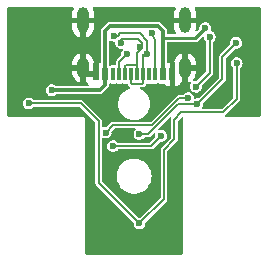
<source format=gbr>
%TF.GenerationSoftware,KiCad,Pcbnew,8.0.1*%
%TF.CreationDate,2024-03-21T20:23:12-04:00*%
%TF.ProjectId,040-05x-v2,3034302d-3035-4782-9d76-322e6b696361,rev?*%
%TF.SameCoordinates,Original*%
%TF.FileFunction,Copper,L2,Bot*%
%TF.FilePolarity,Positive*%
%FSLAX46Y46*%
G04 Gerber Fmt 4.6, Leading zero omitted, Abs format (unit mm)*
G04 Created by KiCad (PCBNEW 8.0.1) date 2024-03-21 20:23:12*
%MOMM*%
%LPD*%
G01*
G04 APERTURE LIST*
%TA.AperFunction,SMDPad,CuDef*%
%ADD10R,0.600000X1.140000*%
%TD*%
%TA.AperFunction,SMDPad,CuDef*%
%ADD11R,0.300000X1.140000*%
%TD*%
%TA.AperFunction,ComponentPad*%
%ADD12O,1.000000X2.200000*%
%TD*%
%TA.AperFunction,ComponentPad*%
%ADD13O,1.000000X1.800000*%
%TD*%
%TA.AperFunction,ViaPad*%
%ADD14C,0.600000*%
%TD*%
%TA.AperFunction,Conductor*%
%ADD15C,0.300000*%
%TD*%
%TA.AperFunction,Conductor*%
%ADD16C,0.250000*%
%TD*%
%TA.AperFunction,Conductor*%
%ADD17C,0.150000*%
%TD*%
%TA.AperFunction,Conductor*%
%ADD18C,0.180000*%
%TD*%
G04 APERTURE END LIST*
D10*
%TO.P,J4,A1,GND*%
%TO.N,GND*%
X63806000Y-63277800D03*
%TO.P,J4,A4,VBUS*%
%TO.N,+5V*%
X64606000Y-63277800D03*
D11*
%TO.P,J4,A5,CC1*%
%TO.N,Net-(J4-CC1)*%
X65806000Y-63277800D03*
%TO.P,J4,A6,D+*%
%TO.N,USBD+*%
X66806000Y-63277800D03*
%TO.P,J4,A7,D-*%
%TO.N,USBD-*%
X67306000Y-63277800D03*
%TO.P,J4,A8,SBU1*%
%TO.N,unconnected-(J4-SBU1-PadA8)*%
X68306000Y-63277800D03*
D10*
%TO.P,J4,A9,VBUS*%
%TO.N,+5V*%
X69506000Y-63277800D03*
%TO.P,J4,A12,GND*%
%TO.N,GND*%
X70306000Y-63277800D03*
%TO.P,J4,B1,GND*%
X70306000Y-63277800D03*
%TO.P,J4,B4,VBUS*%
%TO.N,+5V*%
X69506000Y-63277800D03*
D11*
%TO.P,J4,B5,CC2*%
%TO.N,Net-(J4-CC2)*%
X68806000Y-63277800D03*
%TO.P,J4,B6,D+*%
%TO.N,USBD+*%
X67806000Y-63277800D03*
%TO.P,J4,B7,D-*%
%TO.N,USBD-*%
X66306000Y-63277800D03*
%TO.P,J4,B8,SBU2*%
%TO.N,unconnected-(J4-SBU2-PadB8)*%
X65306000Y-63277800D03*
D10*
%TO.P,J4,B9,VBUS*%
%TO.N,+5V*%
X64606000Y-63277800D03*
%TO.P,J4,B12,GND*%
%TO.N,GND*%
X63806000Y-63277800D03*
D12*
%TO.P,J4,S1,SHIELD*%
X62736000Y-58707800D03*
D13*
X62736000Y-62707800D03*
D12*
X71376000Y-58707800D03*
D13*
X71376000Y-62707800D03*
%TD*%
D14*
%TO.N,GND*%
X61061600Y-59029600D03*
X67513200Y-74371200D03*
X65989200Y-68681600D03*
X68529200Y-70307200D03*
X61315600Y-62280800D03*
X56997600Y-64922400D03*
X67056000Y-77978000D03*
X77038200Y-64973200D03*
X65379600Y-61620400D03*
X65989200Y-75742800D03*
X63449200Y-68529200D03*
X64465200Y-65278000D03*
X57556400Y-60401200D03*
X70358000Y-71120000D03*
X75946000Y-59385200D03*
X65633600Y-70358000D03*
X68580000Y-75793600D03*
X70256400Y-61772800D03*
X61671200Y-66395600D03*
%TO.N,+5V*%
X73082600Y-59353000D03*
X60096400Y-64617600D03*
%TO.N,Net-(J4-CC2)*%
X68580000Y-59782000D03*
%TO.N,Net-(J4-CC1)*%
X66446400Y-61569600D03*
%TO.N,RED*%
X64643000Y-68199000D03*
X71628000Y-65278000D03*
%TO.N,ANODE*%
X65278000Y-69342000D03*
X73456800Y-60096400D03*
X72288400Y-64312800D03*
X69342000Y-68478400D03*
%TO.N,GREEN*%
X58125901Y-65735200D03*
X67513200Y-75895200D03*
X75742800Y-62331600D03*
%TO.N,BLUE*%
X75692000Y-60604400D03*
X72390000Y-65803000D03*
X67513200Y-68326000D03*
%TO.N,USBD+*%
X68156521Y-61514521D03*
X65360335Y-59999079D03*
%TO.N,USBD-*%
X67555479Y-60913479D03*
X65961377Y-60600121D03*
%TD*%
D15*
%TO.N,+5V*%
X60096400Y-64617600D02*
X64136200Y-64617600D01*
X69506000Y-60198000D02*
X69506000Y-59600000D01*
X64606000Y-59600000D02*
X64606000Y-63277800D01*
X64136200Y-64617600D02*
X64606000Y-64147800D01*
X69506000Y-59600000D02*
X69088000Y-59182000D01*
D16*
X73082600Y-59353000D02*
X72237600Y-60198000D01*
X72237600Y-60198000D02*
X69506000Y-60198000D01*
D15*
X69506000Y-63277800D02*
X69506000Y-60198000D01*
X64606000Y-64147800D02*
X64606000Y-63277800D01*
X69088000Y-59182000D02*
X65024000Y-59182000D01*
X65024000Y-59182000D02*
X64606000Y-59600000D01*
D17*
%TO.N,Net-(J4-CC2)*%
X68806000Y-60452000D02*
X68806000Y-60327612D01*
X68806000Y-63277800D02*
X68806000Y-60452000D01*
X68806000Y-60327612D02*
G75*
G03*
X68580004Y-59781996I-771600J12D01*
G01*
D18*
%TO.N,Net-(J4-CC1)*%
X66446400Y-61569600D02*
X65806000Y-62210000D01*
X65806000Y-62210000D02*
X65806000Y-63277800D01*
D17*
%TO.N,RED*%
X70898936Y-65278000D02*
X71628000Y-65278000D01*
X64643000Y-68199000D02*
X65278000Y-67564000D01*
X65278000Y-67564000D02*
X68612936Y-67564000D01*
X68612936Y-67564000D02*
X70898936Y-65278000D01*
%TO.N,ANODE*%
X73456800Y-60096400D02*
X73456800Y-63144400D01*
X73456800Y-63144400D02*
X72288400Y-64312800D01*
X68478400Y-69342000D02*
X69342000Y-68478400D01*
X65278000Y-69342000D02*
X68478400Y-69342000D01*
%TO.N,GREEN*%
X75742800Y-65379600D02*
X74625200Y-66497200D01*
X74625200Y-66497200D02*
X71069200Y-66497200D01*
X58125901Y-65735200D02*
X62585600Y-65735200D01*
X69596000Y-69646800D02*
X69596000Y-73812400D01*
X70459600Y-68783200D02*
X69596000Y-69646800D01*
X69596000Y-73812400D02*
X67513200Y-75895200D01*
X75742800Y-62331600D02*
X75742800Y-65379600D01*
X64058800Y-67208400D02*
X64058800Y-72440800D01*
X71069200Y-66497200D02*
X70459600Y-67106800D01*
X70459600Y-67106800D02*
X70459600Y-68783200D01*
X62585600Y-65735200D02*
X64058800Y-67208400D01*
X64058800Y-72440800D02*
X67513200Y-75895200D01*
%TO.N,BLUE*%
X72390000Y-65803000D02*
X72367009Y-65803000D01*
X67513200Y-68326000D02*
X68275200Y-68326000D01*
X74523600Y-62128400D02*
X74523600Y-61772800D01*
X70798200Y-65803000D02*
X72390000Y-65803000D01*
X68275200Y-68326000D02*
X70798200Y-65803000D01*
X74523600Y-61772800D02*
X75692000Y-60604400D01*
X72390000Y-65803000D02*
X74523600Y-63669400D01*
X74523600Y-63669400D02*
X74523600Y-62128400D01*
D18*
%TO.N,USBD+*%
X66866000Y-64087800D02*
X67738200Y-64087800D01*
X68156521Y-61514521D02*
X68156521Y-60410265D01*
X67806000Y-62422799D02*
X67771000Y-62387799D01*
X67806000Y-63277800D02*
X67806000Y-62422799D01*
X66806000Y-64027800D02*
X66866000Y-64087800D01*
X68156521Y-60410265D02*
X67551456Y-59805200D01*
X67859535Y-61514521D02*
X68156521Y-61514521D01*
X65657321Y-59999079D02*
X65360335Y-59999079D01*
X66806000Y-63277800D02*
X66806000Y-64027800D01*
X67551456Y-59805200D02*
X65851200Y-59805200D01*
X65851200Y-59805200D02*
X65657321Y-59999079D01*
X67771000Y-61603056D02*
X67859535Y-61514521D01*
X67806000Y-64020000D02*
X67806000Y-63277800D01*
X67771000Y-62387799D02*
X67771000Y-61603056D01*
X67738200Y-64087800D02*
X67806000Y-64020000D01*
%TO.N,USBD-*%
X67341000Y-61424944D02*
X67555479Y-61210465D01*
X67306000Y-62527800D02*
X67246000Y-62467800D01*
X67306000Y-62422799D02*
X67341000Y-62387799D01*
X67555479Y-61210465D02*
X67555479Y-60913479D01*
X66029312Y-60235200D02*
X65961377Y-60303135D01*
X66366000Y-62467800D02*
X66306000Y-62527800D01*
X67306000Y-63277800D02*
X67306000Y-62422799D01*
X67726521Y-60742437D02*
X67726521Y-60588377D01*
X67555479Y-60913479D02*
X67726521Y-60742437D01*
X67341000Y-62387799D02*
X67341000Y-61424944D01*
X65961377Y-60303135D02*
X65961377Y-60600121D01*
X67306000Y-63277800D02*
X67306000Y-62527800D01*
X67726521Y-60588377D02*
X67373344Y-60235200D01*
X66306000Y-62527800D02*
X66306000Y-63277800D01*
X67373344Y-60235200D02*
X66029312Y-60235200D01*
X67246000Y-62467800D02*
X66366000Y-62467800D01*
%TD*%
%TA.AperFunction,Conductor*%
%TO.N,GND*%
G36*
X61911898Y-57626174D02*
G01*
X61933572Y-57678500D01*
X61927939Y-57706819D01*
X61870586Y-57845279D01*
X61870584Y-57845286D01*
X61836000Y-58019158D01*
X61836000Y-58457800D01*
X62436000Y-58457800D01*
X62436000Y-58957800D01*
X61836000Y-58957800D01*
X61836000Y-59396441D01*
X61870584Y-59570313D01*
X61870587Y-59570324D01*
X61938427Y-59734105D01*
X62036923Y-59881516D01*
X62162283Y-60006876D01*
X62309693Y-60105371D01*
X62473473Y-60173211D01*
X62473478Y-60173213D01*
X62486000Y-60175703D01*
X62486000Y-59474788D01*
X62495940Y-59492005D01*
X62551795Y-59547860D01*
X62620204Y-59587356D01*
X62696504Y-59607800D01*
X62775496Y-59607800D01*
X62851796Y-59587356D01*
X62920205Y-59547860D01*
X62976060Y-59492005D01*
X62986000Y-59474788D01*
X62986000Y-60175703D01*
X62998521Y-60173213D01*
X62998526Y-60173211D01*
X63162306Y-60105371D01*
X63309716Y-60006876D01*
X63309718Y-60006875D01*
X63435075Y-59881518D01*
X63435076Y-59881516D01*
X63533572Y-59734105D01*
X63601412Y-59570324D01*
X63601415Y-59570313D01*
X63636000Y-59396441D01*
X63636000Y-58957800D01*
X63036000Y-58957800D01*
X63036000Y-58457800D01*
X63636000Y-58457800D01*
X63636000Y-58019158D01*
X63601415Y-57845286D01*
X63601413Y-57845279D01*
X63544061Y-57706819D01*
X63544061Y-57650182D01*
X63584109Y-57610133D01*
X63612428Y-57604500D01*
X70499572Y-57604500D01*
X70551898Y-57626174D01*
X70573572Y-57678500D01*
X70567939Y-57706819D01*
X70510586Y-57845279D01*
X70510584Y-57845286D01*
X70476000Y-58019158D01*
X70476000Y-58457800D01*
X71076000Y-58457800D01*
X71076000Y-58957800D01*
X70476000Y-58957800D01*
X70476000Y-59396441D01*
X70510584Y-59570313D01*
X70510587Y-59570324D01*
X70578427Y-59734105D01*
X70578428Y-59734107D01*
X70593984Y-59757387D01*
X70605034Y-59812936D01*
X70573569Y-59860028D01*
X70532456Y-59872500D01*
X69930500Y-59872500D01*
X69878174Y-59850826D01*
X69856500Y-59798500D01*
X69856500Y-59553854D01*
X69856499Y-59553853D01*
X69832615Y-59464715D01*
X69832613Y-59464710D01*
X69786471Y-59384791D01*
X69786470Y-59384790D01*
X69786469Y-59384788D01*
X69721212Y-59319531D01*
X69303212Y-58901530D01*
X69288517Y-58893046D01*
X69223288Y-58855386D01*
X69223285Y-58855385D01*
X69212514Y-58852499D01*
X69212513Y-58852498D01*
X69134144Y-58831500D01*
X64977856Y-58831500D01*
X64899485Y-58852498D01*
X64899486Y-58852499D01*
X64888712Y-58855386D01*
X64888707Y-58855388D01*
X64808791Y-58901528D01*
X64325530Y-59384787D01*
X64280681Y-59462469D01*
X64280680Y-59462470D01*
X64279387Y-59464708D01*
X64279384Y-59464715D01*
X64255500Y-59553853D01*
X64255500Y-62239849D01*
X64233826Y-62292175D01*
X64181500Y-62313849D01*
X64169925Y-62312938D01*
X64137483Y-62307800D01*
X64056000Y-62307800D01*
X64056000Y-63453800D01*
X64034326Y-63506126D01*
X63982000Y-63527800D01*
X63137000Y-63527800D01*
X63084674Y-63506126D01*
X63063000Y-63453800D01*
X63063000Y-63101800D01*
X63084674Y-63049474D01*
X63137000Y-63027800D01*
X63556000Y-63027800D01*
X63556000Y-62338800D01*
X63577674Y-62286474D01*
X63630000Y-62264800D01*
X63636000Y-62264800D01*
X63636000Y-62219158D01*
X63601415Y-62045286D01*
X63601412Y-62045275D01*
X63533572Y-61881494D01*
X63435076Y-61734083D01*
X63309716Y-61608723D01*
X63162306Y-61510228D01*
X62998521Y-61442386D01*
X62998516Y-61442384D01*
X62986001Y-61439894D01*
X62986000Y-61439895D01*
X62986000Y-62140811D01*
X62976060Y-62123595D01*
X62920205Y-62067740D01*
X62851796Y-62028244D01*
X62775496Y-62007800D01*
X62696504Y-62007800D01*
X62620204Y-62028244D01*
X62551795Y-62067740D01*
X62495940Y-62123595D01*
X62486000Y-62140811D01*
X62486000Y-61439895D01*
X62485998Y-61439894D01*
X62473483Y-61442384D01*
X62473478Y-61442386D01*
X62309693Y-61510228D01*
X62162283Y-61608723D01*
X62162282Y-61608725D01*
X62036925Y-61734082D01*
X62036923Y-61734083D01*
X61938427Y-61881494D01*
X61870587Y-62045275D01*
X61870584Y-62045286D01*
X61836000Y-62219158D01*
X61836000Y-62457800D01*
X62436000Y-62457800D01*
X62436000Y-62957800D01*
X61836000Y-62957800D01*
X61836000Y-63196441D01*
X61870584Y-63370313D01*
X61870587Y-63370324D01*
X61938427Y-63534105D01*
X62036923Y-63681516D01*
X62162283Y-63806876D01*
X62309693Y-63905371D01*
X62473473Y-63973211D01*
X62473478Y-63973213D01*
X62486000Y-63975703D01*
X62486000Y-63274788D01*
X62495940Y-63292005D01*
X62551795Y-63347860D01*
X62620204Y-63387356D01*
X62696504Y-63407800D01*
X62775496Y-63407800D01*
X62851796Y-63387356D01*
X62920205Y-63347860D01*
X62976060Y-63292005D01*
X62986000Y-63274788D01*
X62986000Y-63975703D01*
X62998518Y-63973213D01*
X63036431Y-63957509D01*
X63093068Y-63957508D01*
X63130685Y-63992280D01*
X63178360Y-64085846D01*
X63233288Y-64140774D01*
X63254962Y-64193100D01*
X63233288Y-64245426D01*
X63180962Y-64267100D01*
X60488741Y-64267100D01*
X60436415Y-64245426D01*
X60432815Y-64241559D01*
X60427528Y-64235457D01*
X60326212Y-64170345D01*
X60306454Y-64157647D01*
X60306450Y-64157646D01*
X60168364Y-64117100D01*
X60168361Y-64117100D01*
X60024439Y-64117100D01*
X60024436Y-64117100D01*
X59886349Y-64157646D01*
X59886345Y-64157647D01*
X59765275Y-64235455D01*
X59765268Y-64235460D01*
X59671023Y-64344226D01*
X59611234Y-64475145D01*
X59590753Y-64617600D01*
X59611234Y-64760054D01*
X59611234Y-64760055D01*
X59611235Y-64760057D01*
X59643164Y-64829970D01*
X59671023Y-64890973D01*
X59765268Y-64999739D01*
X59765269Y-64999740D01*
X59765272Y-64999743D01*
X59886347Y-65077553D01*
X59992803Y-65108811D01*
X60024435Y-65118099D01*
X60024437Y-65118100D01*
X60024439Y-65118100D01*
X60168363Y-65118100D01*
X60168364Y-65118099D01*
X60306453Y-65077553D01*
X60427528Y-64999743D01*
X60432815Y-64993640D01*
X60483461Y-64968289D01*
X60488741Y-64968100D01*
X64182346Y-64968100D01*
X64182346Y-64968099D01*
X64271488Y-64944214D01*
X64351412Y-64898070D01*
X64886470Y-64363012D01*
X64932614Y-64283088D01*
X64956500Y-64193943D01*
X64956500Y-64101656D01*
X64956500Y-64094750D01*
X64978174Y-64042424D01*
X64989392Y-64033218D01*
X64989895Y-64032881D01*
X65045446Y-64021840D01*
X65072114Y-64032889D01*
X65077766Y-64036666D01*
X65077768Y-64036666D01*
X65077769Y-64036667D01*
X65136252Y-64048300D01*
X65136254Y-64048300D01*
X65475746Y-64048300D01*
X65475748Y-64048300D01*
X65534231Y-64036667D01*
X65534231Y-64036666D01*
X65541379Y-64035245D01*
X65542211Y-64039428D01*
X65569808Y-64039327D01*
X65570621Y-64035245D01*
X65577768Y-64036666D01*
X65577769Y-64036667D01*
X65636252Y-64048300D01*
X65636254Y-64048300D01*
X65975746Y-64048300D01*
X65975748Y-64048300D01*
X66034231Y-64036667D01*
X66034231Y-64036666D01*
X66041379Y-64035245D01*
X66042211Y-64039428D01*
X66069808Y-64039327D01*
X66070621Y-64035245D01*
X66077768Y-64036666D01*
X66077769Y-64036667D01*
X66136252Y-64048300D01*
X66136254Y-64048300D01*
X66453963Y-64048300D01*
X66506289Y-64069974D01*
X66525441Y-64103147D01*
X66535295Y-64139924D01*
X66535299Y-64139933D01*
X66573540Y-64206168D01*
X66573542Y-64206171D01*
X66687629Y-64320258D01*
X66687631Y-64320259D01*
X66700346Y-64327600D01*
X66734824Y-64372533D01*
X66727432Y-64428686D01*
X66682499Y-64463164D01*
X66592344Y-64487320D01*
X66592333Y-64487325D01*
X66378167Y-64587193D01*
X66184602Y-64722728D01*
X66184599Y-64722730D01*
X66017504Y-64889825D01*
X66017502Y-64889828D01*
X65881967Y-65083393D01*
X65881965Y-65083396D01*
X65881965Y-65083397D01*
X65782097Y-65297563D01*
X65738083Y-65461827D01*
X65720936Y-65525822D01*
X65700341Y-65761221D01*
X65700341Y-65761230D01*
X65720936Y-65996629D01*
X65720936Y-65996632D01*
X65720937Y-65996634D01*
X65782097Y-66224889D01*
X65881965Y-66439056D01*
X66017505Y-66632627D01*
X66184599Y-66799721D01*
X66378170Y-66935261D01*
X66592337Y-67035129D01*
X66820592Y-67096289D01*
X66938296Y-67106587D01*
X67055996Y-67116885D01*
X67056000Y-67116885D01*
X67056004Y-67116885D01*
X67160625Y-67107731D01*
X67291408Y-67096289D01*
X67519663Y-67035129D01*
X67733830Y-66935261D01*
X67927401Y-66799721D01*
X68094495Y-66632627D01*
X68230035Y-66439056D01*
X68329903Y-66224889D01*
X68391063Y-65996634D01*
X68411659Y-65761226D01*
X68391063Y-65525818D01*
X68329903Y-65297563D01*
X68230035Y-65083397D01*
X68094495Y-64889825D01*
X67927401Y-64722731D01*
X67927398Y-64722729D01*
X67927399Y-64722729D01*
X67854842Y-64671924D01*
X67733830Y-64587191D01*
X67588378Y-64519365D01*
X67550117Y-64477609D01*
X67552587Y-64421026D01*
X67594345Y-64382763D01*
X67619654Y-64378300D01*
X67776447Y-64378300D01*
X67776447Y-64378299D01*
X67850329Y-64358503D01*
X67916571Y-64320258D01*
X68038458Y-64198371D01*
X68076703Y-64132129D01*
X68084469Y-64103147D01*
X68118947Y-64058214D01*
X68155947Y-64048300D01*
X68475746Y-64048300D01*
X68475748Y-64048300D01*
X68534231Y-64036667D01*
X68534231Y-64036666D01*
X68541379Y-64035245D01*
X68542211Y-64039428D01*
X68569808Y-64039327D01*
X68570621Y-64035245D01*
X68577768Y-64036666D01*
X68577769Y-64036667D01*
X68636252Y-64048300D01*
X68636254Y-64048300D01*
X68975746Y-64048300D01*
X68975748Y-64048300D01*
X69034231Y-64036667D01*
X69034232Y-64036666D01*
X69034233Y-64036666D01*
X69039886Y-64032889D01*
X69095434Y-64021837D01*
X69122114Y-64032889D01*
X69127766Y-64036666D01*
X69127768Y-64036666D01*
X69127769Y-64036667D01*
X69186252Y-64048300D01*
X69186254Y-64048300D01*
X69613881Y-64048300D01*
X69666207Y-64069974D01*
X69674529Y-64081427D01*
X69674935Y-64081133D01*
X69678357Y-64085843D01*
X69767953Y-64175439D01*
X69880850Y-64232964D01*
X69974518Y-64247799D01*
X70056000Y-64247799D01*
X70056000Y-63527800D01*
X70038676Y-63510476D01*
X70028174Y-63506126D01*
X70006500Y-63453800D01*
X70006500Y-63101800D01*
X70028174Y-63049474D01*
X70038676Y-63045123D01*
X70056000Y-63027800D01*
X70056000Y-62307800D01*
X69974518Y-62307800D01*
X69974517Y-62307801D01*
X69942075Y-62312939D01*
X69887003Y-62299717D01*
X69857411Y-62251425D01*
X69856500Y-62239850D01*
X69856500Y-60597500D01*
X69878174Y-60545174D01*
X69930500Y-60523500D01*
X72280451Y-60523500D01*
X72280453Y-60523500D01*
X72363239Y-60501318D01*
X72437462Y-60458465D01*
X72827560Y-60068366D01*
X72879884Y-60046693D01*
X72932210Y-60068367D01*
X72953131Y-60110162D01*
X72971634Y-60238854D01*
X72971634Y-60238855D01*
X72971635Y-60238857D01*
X72998331Y-60297312D01*
X73031423Y-60369773D01*
X73125668Y-60478540D01*
X73125669Y-60478541D01*
X73125671Y-60478542D01*
X73125672Y-60478543D01*
X73147307Y-60492446D01*
X73179608Y-60538967D01*
X73181300Y-60554699D01*
X73181300Y-62999631D01*
X73159626Y-63051957D01*
X72420582Y-63791000D01*
X72368256Y-63812674D01*
X72363022Y-63812300D01*
X72360361Y-63812300D01*
X72216439Y-63812300D01*
X72109352Y-63843743D01*
X72053039Y-63837688D01*
X72017501Y-63793588D01*
X72023556Y-63737275D01*
X72036179Y-63720413D01*
X72075076Y-63681516D01*
X72173572Y-63534105D01*
X72241412Y-63370324D01*
X72241415Y-63370313D01*
X72276000Y-63196441D01*
X72276000Y-62957800D01*
X71676000Y-62957800D01*
X71676000Y-62457800D01*
X72276000Y-62457800D01*
X72276000Y-62219158D01*
X72241415Y-62045286D01*
X72241412Y-62045275D01*
X72173572Y-61881494D01*
X72075076Y-61734083D01*
X71949716Y-61608723D01*
X71802306Y-61510228D01*
X71638521Y-61442386D01*
X71638516Y-61442384D01*
X71626001Y-61439894D01*
X71626000Y-61439895D01*
X71626000Y-62140811D01*
X71616060Y-62123595D01*
X71560205Y-62067740D01*
X71491796Y-62028244D01*
X71415496Y-62007800D01*
X71336504Y-62007800D01*
X71260204Y-62028244D01*
X71191795Y-62067740D01*
X71135940Y-62123595D01*
X71126000Y-62140811D01*
X71126000Y-61439895D01*
X71125998Y-61439894D01*
X71113483Y-61442384D01*
X71113478Y-61442386D01*
X70949693Y-61510228D01*
X70802283Y-61608723D01*
X70802282Y-61608725D01*
X70676925Y-61734082D01*
X70676923Y-61734083D01*
X70578427Y-61881494D01*
X70510587Y-62045275D01*
X70510584Y-62045286D01*
X70476000Y-62219158D01*
X70476000Y-62264800D01*
X70482000Y-62264800D01*
X70534326Y-62286474D01*
X70556000Y-62338800D01*
X70556000Y-64247799D01*
X70637481Y-64247799D01*
X70731148Y-64232965D01*
X70731149Y-64232964D01*
X70844046Y-64175439D01*
X70933641Y-64085844D01*
X70981314Y-63992282D01*
X71024381Y-63955499D01*
X71075567Y-63957510D01*
X71113473Y-63973211D01*
X71113478Y-63973213D01*
X71126000Y-63975703D01*
X71126000Y-63274788D01*
X71135940Y-63292005D01*
X71191795Y-63347860D01*
X71260204Y-63387356D01*
X71336504Y-63407800D01*
X71415496Y-63407800D01*
X71491796Y-63387356D01*
X71560205Y-63347860D01*
X71616060Y-63292005D01*
X71626000Y-63274788D01*
X71626000Y-63975703D01*
X71638521Y-63973213D01*
X71638526Y-63973211D01*
X71788893Y-63910927D01*
X71845530Y-63910927D01*
X71885579Y-63950975D01*
X71885579Y-64007612D01*
X71873139Y-64027752D01*
X71863023Y-64039426D01*
X71803234Y-64170345D01*
X71782753Y-64312800D01*
X71803234Y-64455254D01*
X71803234Y-64455255D01*
X71803235Y-64455257D01*
X71863023Y-64586173D01*
X71957268Y-64694939D01*
X71957269Y-64694940D01*
X71957272Y-64694943D01*
X72049874Y-64754454D01*
X72058591Y-64760057D01*
X72078347Y-64772753D01*
X72184803Y-64804011D01*
X72216435Y-64813299D01*
X72216437Y-64813300D01*
X72216439Y-64813300D01*
X72360363Y-64813300D01*
X72360364Y-64813299D01*
X72498453Y-64772753D01*
X72619528Y-64694943D01*
X72713777Y-64586173D01*
X72773565Y-64455257D01*
X72794047Y-64312800D01*
X72784732Y-64248016D01*
X72798739Y-64193140D01*
X72805646Y-64185167D01*
X73690357Y-63300459D01*
X73718856Y-63231656D01*
X73732300Y-63199200D01*
X73732300Y-60554699D01*
X73753974Y-60502373D01*
X73766288Y-60492449D01*
X73787928Y-60478543D01*
X73882177Y-60369773D01*
X73941965Y-60238857D01*
X73962447Y-60096400D01*
X73941965Y-59953943D01*
X73882177Y-59823027D01*
X73805128Y-59734107D01*
X73787931Y-59714260D01*
X73787929Y-59714259D01*
X73787928Y-59714257D01*
X73730982Y-59677660D01*
X73666854Y-59636447D01*
X73666852Y-59636446D01*
X73604646Y-59618181D01*
X73560546Y-59582643D01*
X73554493Y-59526330D01*
X73558183Y-59516438D01*
X73567765Y-59495457D01*
X73588247Y-59353000D01*
X73567765Y-59210543D01*
X73507977Y-59079627D01*
X73413728Y-58970857D01*
X73356782Y-58934260D01*
X73292654Y-58893047D01*
X73292650Y-58893046D01*
X73154564Y-58852500D01*
X73154561Y-58852500D01*
X73010639Y-58852500D01*
X73010636Y-58852500D01*
X72872549Y-58893046D01*
X72872545Y-58893047D01*
X72751475Y-58970855D01*
X72751468Y-58970860D01*
X72657223Y-59079626D01*
X72597434Y-59210545D01*
X72576953Y-59353000D01*
X72576953Y-59353004D01*
X72577378Y-59355962D01*
X72576953Y-59357626D01*
X72576953Y-59358291D01*
X72576783Y-59358291D01*
X72563368Y-59410838D01*
X72556457Y-59418814D01*
X72373302Y-59601970D01*
X72320976Y-59623644D01*
X72268650Y-59601970D01*
X72246976Y-59549644D01*
X72248398Y-59535208D01*
X72276000Y-59396441D01*
X72276000Y-58957800D01*
X71676000Y-58957800D01*
X71676000Y-58457800D01*
X72276000Y-58457800D01*
X72276000Y-58019158D01*
X72241415Y-57845286D01*
X72241413Y-57845279D01*
X72184061Y-57706819D01*
X72184061Y-57650182D01*
X72224109Y-57610133D01*
X72252428Y-57604500D01*
X77703500Y-57604500D01*
X77755826Y-57626174D01*
X77777500Y-57678500D01*
X77777500Y-66781500D01*
X77755826Y-66833826D01*
X77703500Y-66855500D01*
X74835166Y-66855500D01*
X74782840Y-66833826D01*
X74761166Y-66781500D01*
X74782839Y-66729175D01*
X74858757Y-66653258D01*
X74858756Y-66653258D01*
X75976357Y-65535659D01*
X76006939Y-65461827D01*
X76018300Y-65434400D01*
X76018300Y-62789899D01*
X76039974Y-62737573D01*
X76052288Y-62727649D01*
X76073928Y-62713743D01*
X76168177Y-62604973D01*
X76227965Y-62474057D01*
X76248447Y-62331600D01*
X76227965Y-62189143D01*
X76168177Y-62058227D01*
X76095605Y-61974474D01*
X76073931Y-61949460D01*
X76073929Y-61949459D01*
X76073928Y-61949457D01*
X76016982Y-61912860D01*
X75952854Y-61871647D01*
X75952850Y-61871646D01*
X75814764Y-61831100D01*
X75814761Y-61831100D01*
X75670839Y-61831100D01*
X75670836Y-61831100D01*
X75532749Y-61871646D01*
X75532745Y-61871647D01*
X75411675Y-61949455D01*
X75411668Y-61949460D01*
X75317423Y-62058226D01*
X75257634Y-62189145D01*
X75237153Y-62331600D01*
X75257634Y-62474054D01*
X75257634Y-62474055D01*
X75257635Y-62474057D01*
X75292401Y-62550183D01*
X75317423Y-62604973D01*
X75411668Y-62713740D01*
X75411669Y-62713741D01*
X75411671Y-62713742D01*
X75411672Y-62713743D01*
X75433307Y-62727646D01*
X75465608Y-62774167D01*
X75467300Y-62789899D01*
X75467300Y-65234832D01*
X75445626Y-65287158D01*
X74532759Y-66200026D01*
X74480433Y-66221700D01*
X72851488Y-66221700D01*
X72799162Y-66200026D01*
X72777488Y-66147700D01*
X72795562Y-66099241D01*
X72797011Y-66097568D01*
X72815377Y-66076373D01*
X72875165Y-65945457D01*
X72895647Y-65803000D01*
X72886332Y-65738216D01*
X72900339Y-65683340D01*
X72907246Y-65675367D01*
X74757157Y-63825459D01*
X74769632Y-63795342D01*
X74799100Y-63724200D01*
X74799100Y-62073600D01*
X74799100Y-61917567D01*
X74820774Y-61865241D01*
X75175787Y-61510228D01*
X75559816Y-61126198D01*
X75612141Y-61104525D01*
X75617378Y-61104900D01*
X75620039Y-61104900D01*
X75763963Y-61104900D01*
X75763964Y-61104899D01*
X75765238Y-61104525D01*
X75902053Y-61064353D01*
X76023128Y-60986543D01*
X76117377Y-60877773D01*
X76177165Y-60746857D01*
X76197647Y-60604400D01*
X76177165Y-60461943D01*
X76117377Y-60331027D01*
X76088163Y-60297312D01*
X76023131Y-60222260D01*
X76023129Y-60222259D01*
X76023128Y-60222257D01*
X75966182Y-60185660D01*
X75902054Y-60144447D01*
X75902050Y-60144446D01*
X75763964Y-60103900D01*
X75763961Y-60103900D01*
X75620039Y-60103900D01*
X75620036Y-60103900D01*
X75481949Y-60144446D01*
X75481945Y-60144447D01*
X75360875Y-60222255D01*
X75360868Y-60222260D01*
X75266623Y-60331026D01*
X75206834Y-60461945D01*
X75186353Y-60604400D01*
X75195666Y-60669181D01*
X75181658Y-60724059D01*
X75174745Y-60732037D01*
X74367542Y-61539243D01*
X74290042Y-61616743D01*
X74248100Y-61718000D01*
X74248100Y-63524632D01*
X74226426Y-63576958D01*
X72522183Y-65281200D01*
X72469857Y-65302874D01*
X72464625Y-65302500D01*
X72461961Y-65302500D01*
X72318039Y-65302500D01*
X72318036Y-65302500D01*
X72226437Y-65329396D01*
X72170125Y-65323342D01*
X72134587Y-65279242D01*
X72132342Y-65268925D01*
X72113165Y-65135545D01*
X72113165Y-65135543D01*
X72053377Y-65004627D01*
X72001029Y-64944214D01*
X71959131Y-64895860D01*
X71959129Y-64895859D01*
X71959128Y-64895857D01*
X71856606Y-64829970D01*
X71838054Y-64818047D01*
X71838050Y-64818046D01*
X71699964Y-64777500D01*
X71699961Y-64777500D01*
X71556039Y-64777500D01*
X71556036Y-64777500D01*
X71417949Y-64818046D01*
X71417945Y-64818047D01*
X71296875Y-64895855D01*
X71296872Y-64895857D01*
X71226595Y-64976960D01*
X71175950Y-65002311D01*
X71170671Y-65002500D01*
X70844136Y-65002500D01*
X70772534Y-65032158D01*
X70742881Y-65044440D01*
X70742878Y-65044442D01*
X68520495Y-67266826D01*
X68468169Y-67288500D01*
X65223200Y-67288500D01*
X65121944Y-67330440D01*
X65121940Y-67330443D01*
X64775182Y-67677200D01*
X64722856Y-67698874D01*
X64717622Y-67698500D01*
X64714961Y-67698500D01*
X64571039Y-67698500D01*
X64571036Y-67698500D01*
X64429148Y-67740162D01*
X64372836Y-67734108D01*
X64337298Y-67690008D01*
X64334300Y-67669160D01*
X64334300Y-67153600D01*
X64292357Y-67052342D01*
X64292356Y-67052340D01*
X62741659Y-65501644D01*
X62741658Y-65501643D01*
X62730106Y-65496858D01*
X62640400Y-65459700D01*
X62640399Y-65459700D01*
X58583230Y-65459700D01*
X58530904Y-65438026D01*
X58527313Y-65434169D01*
X58457029Y-65353057D01*
X58378361Y-65302500D01*
X58335955Y-65275247D01*
X58335951Y-65275246D01*
X58197865Y-65234700D01*
X58197862Y-65234700D01*
X58053940Y-65234700D01*
X58053937Y-65234700D01*
X57915850Y-65275246D01*
X57915846Y-65275247D01*
X57794776Y-65353055D01*
X57794769Y-65353060D01*
X57700524Y-65461826D01*
X57640735Y-65592745D01*
X57620254Y-65735200D01*
X57640735Y-65877654D01*
X57640735Y-65877655D01*
X57640736Y-65877657D01*
X57695069Y-65996629D01*
X57700524Y-66008573D01*
X57794769Y-66117339D01*
X57794770Y-66117340D01*
X57794773Y-66117343D01*
X57915848Y-66195153D01*
X58006260Y-66221700D01*
X58053936Y-66235699D01*
X58053938Y-66235700D01*
X58053940Y-66235700D01*
X58197864Y-66235700D01*
X58197865Y-66235699D01*
X58335954Y-66195153D01*
X58457029Y-66117343D01*
X58527305Y-66036239D01*
X58577951Y-66010889D01*
X58583230Y-66010700D01*
X62440833Y-66010700D01*
X62493159Y-66032374D01*
X63761626Y-67300841D01*
X63783300Y-67353167D01*
X63783300Y-72495601D01*
X63822770Y-72590890D01*
X63825242Y-72596857D01*
X66995945Y-75767561D01*
X67017619Y-75819887D01*
X67016866Y-75830417D01*
X67007553Y-75895199D01*
X67028034Y-76037654D01*
X67087823Y-76168573D01*
X67182068Y-76277339D01*
X67182069Y-76277340D01*
X67182072Y-76277343D01*
X67303147Y-76355153D01*
X67409603Y-76386411D01*
X67441235Y-76395699D01*
X67441237Y-76395700D01*
X67441239Y-76395700D01*
X67585163Y-76395700D01*
X67585164Y-76395699D01*
X67723253Y-76355153D01*
X67844328Y-76277343D01*
X67938577Y-76168573D01*
X67998365Y-76037657D01*
X68018847Y-75895200D01*
X68009532Y-75830416D01*
X68023539Y-75775540D01*
X68030446Y-75767567D01*
X69829557Y-73968458D01*
X69871500Y-73867200D01*
X69871500Y-69791566D01*
X69893173Y-69739241D01*
X70693157Y-68939258D01*
X70735100Y-68838000D01*
X70735100Y-68728400D01*
X70735100Y-67251567D01*
X70756774Y-67199241D01*
X70939899Y-67016116D01*
X71075622Y-66880393D01*
X71127947Y-66858720D01*
X71180273Y-66880394D01*
X71201947Y-66932720D01*
X71196314Y-66961038D01*
X71173500Y-67016116D01*
X71173500Y-78465500D01*
X71151826Y-78517826D01*
X71099500Y-78539500D01*
X63012500Y-78539500D01*
X62960174Y-78517826D01*
X62938500Y-78465500D01*
X62938500Y-67016118D01*
X62938499Y-67016116D01*
X62907977Y-66942428D01*
X62907975Y-66942425D01*
X62851575Y-66886025D01*
X62851571Y-66886022D01*
X62777882Y-66855500D01*
X56408500Y-66855500D01*
X56356174Y-66833826D01*
X56334500Y-66781500D01*
X56334500Y-57678500D01*
X56356174Y-57626174D01*
X56408500Y-57604500D01*
X61859572Y-57604500D01*
X61911898Y-57626174D01*
G37*
%TD.AperFunction*%
%TA.AperFunction,Conductor*%
G36*
X70199135Y-66896331D02*
G01*
X70220809Y-66948657D01*
X70215176Y-66976975D01*
X70184100Y-67051998D01*
X70184100Y-68638433D01*
X70162426Y-68690759D01*
X69362442Y-69490743D01*
X69320500Y-69592000D01*
X69320500Y-73667632D01*
X69298826Y-73719958D01*
X67645383Y-75373400D01*
X67593057Y-75395074D01*
X67587825Y-75394700D01*
X67585161Y-75394700D01*
X67441239Y-75394700D01*
X67435947Y-75394700D01*
X67435947Y-75392302D01*
X67388983Y-75380305D01*
X67381016Y-75373400D01*
X64355974Y-72348358D01*
X64334300Y-72296032D01*
X64334300Y-71886226D01*
X65575443Y-71886226D01*
X65595636Y-72129918D01*
X65645464Y-72326684D01*
X65655666Y-72366968D01*
X65753889Y-72590893D01*
X65853719Y-72743696D01*
X65887632Y-72795603D01*
X66053246Y-72975507D01*
X66246212Y-73125699D01*
X66461267Y-73242081D01*
X66692545Y-73321478D01*
X66933737Y-73361726D01*
X67178263Y-73361726D01*
X67419455Y-73321478D01*
X67650733Y-73242081D01*
X67865788Y-73125699D01*
X68058754Y-72975507D01*
X68224368Y-72795603D01*
X68358111Y-72590893D01*
X68456336Y-72366962D01*
X68516364Y-72129918D01*
X68536557Y-71886226D01*
X68516364Y-71642534D01*
X68456336Y-71405490D01*
X68358111Y-71181559D01*
X68224368Y-70976849D01*
X68058754Y-70796945D01*
X67865788Y-70646753D01*
X67767116Y-70593354D01*
X67650734Y-70530371D01*
X67419453Y-70450973D01*
X67178265Y-70410726D01*
X67178263Y-70410726D01*
X66933737Y-70410726D01*
X66933734Y-70410726D01*
X66692546Y-70450973D01*
X66461265Y-70530371D01*
X66246210Y-70646754D01*
X66053244Y-70796946D01*
X65887629Y-70976852D01*
X65753889Y-71181558D01*
X65655666Y-71405483D01*
X65655664Y-71405488D01*
X65655664Y-71405490D01*
X65595636Y-71642534D01*
X65575443Y-71886226D01*
X64334300Y-71886226D01*
X64334300Y-68728839D01*
X64355974Y-68676513D01*
X64408300Y-68654839D01*
X64429149Y-68657837D01*
X64432944Y-68658951D01*
X64432947Y-68658953D01*
X64492752Y-68676513D01*
X64571037Y-68699500D01*
X64571039Y-68699500D01*
X64714963Y-68699500D01*
X64714964Y-68699499D01*
X64853053Y-68658953D01*
X64974128Y-68581143D01*
X65068377Y-68472373D01*
X65128165Y-68341457D01*
X65148647Y-68199000D01*
X65139332Y-68134217D01*
X65153339Y-68079341D01*
X65160245Y-68071369D01*
X65370442Y-67861174D01*
X65422768Y-67839500D01*
X67110461Y-67839500D01*
X67162787Y-67861174D01*
X67184461Y-67913500D01*
X67166387Y-67961957D01*
X67108447Y-68028826D01*
X67087822Y-68052628D01*
X67028034Y-68183545D01*
X67007553Y-68326000D01*
X67028034Y-68468454D01*
X67028034Y-68468455D01*
X67028035Y-68468457D01*
X67078905Y-68579846D01*
X67087823Y-68599373D01*
X67182068Y-68708139D01*
X67182069Y-68708140D01*
X67182072Y-68708143D01*
X67303147Y-68785953D01*
X67409603Y-68817211D01*
X67441235Y-68826499D01*
X67441237Y-68826500D01*
X67441239Y-68826500D01*
X67585163Y-68826500D01*
X67585164Y-68826499D01*
X67723253Y-68785953D01*
X67844328Y-68708143D01*
X67914604Y-68627039D01*
X67965250Y-68601689D01*
X67970529Y-68601500D01*
X68329998Y-68601500D01*
X68330000Y-68601500D01*
X68431258Y-68559557D01*
X68508757Y-68482058D01*
X68736573Y-68254241D01*
X68788898Y-68232568D01*
X68841224Y-68254242D01*
X68862898Y-68306568D01*
X68857656Y-68330671D01*
X68858325Y-68330868D01*
X68856834Y-68335941D01*
X68836353Y-68478400D01*
X68845666Y-68543182D01*
X68831658Y-68598060D01*
X68824745Y-68606038D01*
X68385959Y-69044826D01*
X68333633Y-69066500D01*
X65735329Y-69066500D01*
X65683003Y-69044826D01*
X65679412Y-69040969D01*
X65609128Y-68959857D01*
X65552182Y-68923260D01*
X65488054Y-68882047D01*
X65488050Y-68882046D01*
X65349964Y-68841500D01*
X65349961Y-68841500D01*
X65206039Y-68841500D01*
X65206036Y-68841500D01*
X65067949Y-68882046D01*
X65067945Y-68882047D01*
X64946875Y-68959855D01*
X64946868Y-68959860D01*
X64852623Y-69068626D01*
X64792834Y-69199545D01*
X64772353Y-69342000D01*
X64792834Y-69484454D01*
X64792834Y-69484455D01*
X64792835Y-69484457D01*
X64841949Y-69592000D01*
X64852623Y-69615373D01*
X64946868Y-69724139D01*
X64946869Y-69724140D01*
X64946872Y-69724143D01*
X65067947Y-69801953D01*
X65174403Y-69833211D01*
X65206035Y-69842499D01*
X65206037Y-69842500D01*
X65206039Y-69842500D01*
X65349963Y-69842500D01*
X65349964Y-69842499D01*
X65488053Y-69801953D01*
X65609128Y-69724143D01*
X65679404Y-69643039D01*
X65730050Y-69617689D01*
X65735329Y-69617500D01*
X68533198Y-69617500D01*
X68533200Y-69617500D01*
X68634458Y-69575557D01*
X68711957Y-69498058D01*
X69209815Y-69000198D01*
X69262140Y-68978525D01*
X69267380Y-68978900D01*
X69270039Y-68978900D01*
X69413963Y-68978900D01*
X69413964Y-68978899D01*
X69415238Y-68978525D01*
X69552053Y-68938353D01*
X69673128Y-68860543D01*
X69767377Y-68751773D01*
X69827165Y-68620857D01*
X69847647Y-68478400D01*
X69827165Y-68335943D01*
X69767377Y-68205027D01*
X69673128Y-68096257D01*
X69601929Y-68050500D01*
X69552054Y-68018447D01*
X69552050Y-68018446D01*
X69413964Y-67977900D01*
X69413961Y-67977900D01*
X69270039Y-67977900D01*
X69184218Y-68003099D01*
X69127905Y-67997044D01*
X69092367Y-67952944D01*
X69098422Y-67896631D01*
X69111041Y-67879773D01*
X70094484Y-66896330D01*
X70146809Y-66874657D01*
X70199135Y-66896331D01*
G37*
%TD.AperFunction*%
%TA.AperFunction,Conductor*%
G36*
X65070503Y-60407761D02*
G01*
X65150282Y-60459032D01*
X65248813Y-60487963D01*
X65288370Y-60499578D01*
X65288372Y-60499579D01*
X65384785Y-60499579D01*
X65437111Y-60521253D01*
X65458785Y-60573579D01*
X65458032Y-60584109D01*
X65455730Y-60600120D01*
X65476211Y-60742575D01*
X65476211Y-60742576D01*
X65476212Y-60742578D01*
X65489202Y-60771022D01*
X65536000Y-60873494D01*
X65630245Y-60982260D01*
X65630246Y-60982261D01*
X65630249Y-60982264D01*
X65751324Y-61060074D01*
X65857780Y-61091332D01*
X65889412Y-61100620D01*
X65889414Y-61100621D01*
X66028479Y-61100621D01*
X66080805Y-61122295D01*
X66102479Y-61174621D01*
X66084405Y-61223078D01*
X66027725Y-61288492D01*
X66021022Y-61296228D01*
X65961234Y-61427145D01*
X65940753Y-61569600D01*
X65947400Y-61615835D01*
X65933392Y-61670712D01*
X65926479Y-61678691D01*
X65627629Y-61977542D01*
X65627628Y-61977541D01*
X65573543Y-62031627D01*
X65573541Y-62031630D01*
X65535299Y-62097866D01*
X65535295Y-62097875D01*
X65515500Y-62171752D01*
X65515500Y-62433300D01*
X65493826Y-62485626D01*
X65441500Y-62507300D01*
X65136252Y-62507300D01*
X65107010Y-62513116D01*
X65077767Y-62518933D01*
X65077765Y-62518934D01*
X65072108Y-62522714D01*
X65016559Y-62533760D01*
X64989895Y-62522717D01*
X64989395Y-62522383D01*
X64957924Y-62475295D01*
X64956500Y-62460849D01*
X64956500Y-60470016D01*
X64978174Y-60417690D01*
X65030500Y-60396016D01*
X65070503Y-60407761D01*
G37*
%TD.AperFunction*%
%TD*%
M02*

</source>
